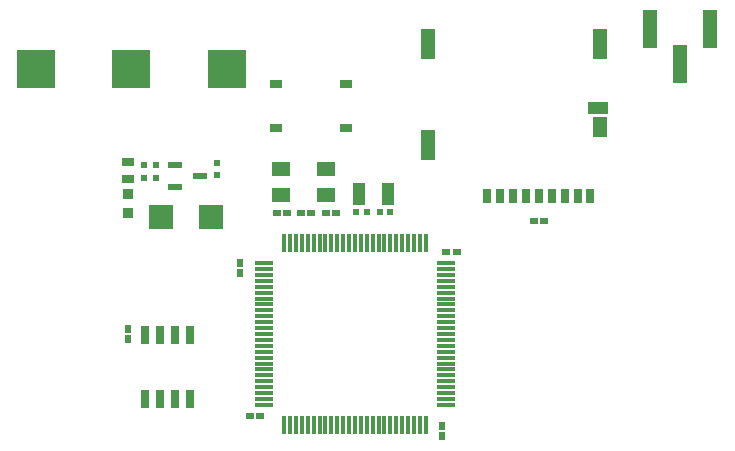
<source format=gbr>
%TF.GenerationSoftware,KiCad,Pcbnew,7.0.2*%
%TF.CreationDate,2023-05-22T10:30:23+03:00*%
%TF.ProjectId,MCU_V1,4d43555f-5631-42e6-9b69-6361645f7063,rev?*%
%TF.SameCoordinates,Original*%
%TF.FileFunction,Paste,Top*%
%TF.FilePolarity,Positive*%
%FSLAX46Y46*%
G04 Gerber Fmt 4.6, Leading zero omitted, Abs format (unit mm)*
G04 Created by KiCad (PCBNEW 7.0.2) date 2023-05-22 10:30:23*
%MOMM*%
%LPD*%
G01*
G04 APERTURE LIST*
G04 Aperture macros list*
%AMRoundRect*
0 Rectangle with rounded corners*
0 $1 Rounding radius*
0 $2 $3 $4 $5 $6 $7 $8 $9 X,Y pos of 4 corners*
0 Add a 4 corners polygon primitive as box body*
4,1,4,$2,$3,$4,$5,$6,$7,$8,$9,$2,$3,0*
0 Add four circle primitives for the rounded corners*
1,1,$1+$1,$2,$3*
1,1,$1+$1,$4,$5*
1,1,$1+$1,$6,$7*
1,1,$1+$1,$8,$9*
0 Add four rect primitives between the rounded corners*
20,1,$1+$1,$2,$3,$4,$5,0*
20,1,$1+$1,$4,$5,$6,$7,0*
20,1,$1+$1,$6,$7,$8,$9,0*
20,1,$1+$1,$8,$9,$2,$3,0*%
G04 Aperture macros list end*
%ADD10R,0.475000X0.500000*%
%ADD11R,2.000000X2.000000*%
%ADD12R,1.100000X1.900000*%
%ADD13R,0.620000X0.650000*%
%ADD14R,0.980000X0.780000*%
%ADD15R,1.300000X0.600000*%
%ADD16R,0.650000X0.620000*%
%ADD17R,0.500000X0.475000*%
%ADD18R,0.950000X0.900000*%
%ADD19R,0.620000X0.620000*%
%ADD20R,1.270000X3.250000*%
%ADD21R,1.500000X1.200000*%
%ADD22R,0.800000X1.200000*%
%ADD23R,1.300000X2.500000*%
%ADD24R,1.300000X1.700000*%
%ADD25R,1.700000X1.000000*%
%ADD26R,3.200000X3.200000*%
%ADD27R,0.650000X1.500000*%
%ADD28RoundRect,0.075000X-0.075000X0.725000X-0.075000X-0.725000X0.075000X-0.725000X0.075000X0.725000X0*%
%ADD29RoundRect,0.075000X-0.725000X0.075000X-0.725000X-0.075000X0.725000X-0.075000X0.725000X0.075000X0*%
%ADD30R,1.000000X0.700000*%
G04 APERTURE END LIST*
D10*
%TO.C,R3*%
X119302000Y-79940000D03*
X118278000Y-79940000D03*
%TD*%
D11*
%TO.C,Z1*%
X119730000Y-83200000D03*
X123930000Y-83200000D03*
%TD*%
D10*
%TO.C,R4*%
X119302000Y-78800000D03*
X118278000Y-78800000D03*
%TD*%
D12*
%TO.C,Y2*%
X136420000Y-81230000D03*
X138920000Y-81230000D03*
%TD*%
D13*
%TO.C,C5*%
X143470000Y-100910000D03*
X143470000Y-101790000D03*
%TD*%
D14*
%TO.C,C11*%
X116920000Y-78560000D03*
X116920000Y-79960000D03*
%TD*%
D15*
%TO.C,Q1*%
X120870000Y-78770000D03*
X120870000Y-80670000D03*
X122970000Y-79720000D03*
%TD*%
D16*
%TO.C,C7*%
X134510000Y-82900000D03*
X133630000Y-82900000D03*
%TD*%
D17*
%TO.C,R1*%
X124470000Y-79662000D03*
X124470000Y-78638000D03*
%TD*%
D18*
%TO.C,R2*%
X116910000Y-81240000D03*
X116910000Y-82840000D03*
%TD*%
D19*
%TO.C,C9*%
X138220000Y-82770000D03*
X139120000Y-82770000D03*
%TD*%
D20*
%TO.C,J3*%
X161070000Y-67325500D03*
X163610000Y-70276500D03*
X166150000Y-67325500D03*
%TD*%
D21*
%TO.C,Y1*%
X129820000Y-81340000D03*
X133620000Y-81340000D03*
X133620000Y-79140000D03*
X129820000Y-79140000D03*
%TD*%
D22*
%TO.C,J1*%
X147300000Y-81460000D03*
X148400000Y-81460000D03*
X149500000Y-81460000D03*
X150600000Y-81460000D03*
X151700000Y-81460000D03*
X152800000Y-81460000D03*
X153900000Y-81460000D03*
X155000000Y-81460000D03*
X156000000Y-81460000D03*
D23*
X142290000Y-77100000D03*
X142290000Y-68600000D03*
X156850000Y-68600000D03*
D24*
X156850000Y-75610000D03*
D25*
X156650000Y-74010000D03*
%TD*%
D16*
%TO.C,C1*%
X151230000Y-83550000D03*
X152110000Y-83550000D03*
%TD*%
%TO.C,C2*%
X129470000Y-82900000D03*
X130350000Y-82900000D03*
%TD*%
D13*
%TO.C,C10*%
X116905000Y-92675000D03*
X116905000Y-93555000D03*
%TD*%
D16*
%TO.C,C4*%
X143830000Y-86210000D03*
X144710000Y-86210000D03*
%TD*%
D26*
%TO.C,U2*%
X125240000Y-70690000D03*
X109140000Y-70690000D03*
X117190000Y-70690000D03*
%TD*%
D27*
%TO.C,IC1*%
X118360000Y-98605000D03*
X119630000Y-98605000D03*
X120900000Y-98605000D03*
X122170000Y-98605000D03*
X122170000Y-93205000D03*
X120900000Y-93205000D03*
X119630000Y-93205000D03*
X118360000Y-93205000D03*
%TD*%
D19*
%TO.C,C8*%
X137120000Y-82770000D03*
X136220000Y-82770000D03*
%TD*%
D28*
%TO.C,U1*%
X142110000Y-85445000D03*
X141610000Y-85445000D03*
X141110000Y-85445000D03*
X140610000Y-85445000D03*
X140110000Y-85445000D03*
X139610000Y-85445000D03*
X139110000Y-85445000D03*
X138610000Y-85445000D03*
X138110000Y-85445000D03*
X137610000Y-85445000D03*
X137110000Y-85445000D03*
X136610000Y-85445000D03*
X136110000Y-85445000D03*
X135610000Y-85445000D03*
X135110000Y-85445000D03*
X134610000Y-85445000D03*
X134110000Y-85445000D03*
X133610000Y-85445000D03*
X133110000Y-85445000D03*
X132610000Y-85445000D03*
X132110000Y-85445000D03*
X131610000Y-85445000D03*
X131110000Y-85445000D03*
X130610000Y-85445000D03*
X130110000Y-85445000D03*
D29*
X128435000Y-87120000D03*
X128435000Y-87620000D03*
X128435000Y-88120000D03*
X128435000Y-88620000D03*
X128435000Y-89120000D03*
X128435000Y-89620000D03*
X128435000Y-90120000D03*
X128435000Y-90620000D03*
X128435000Y-91120000D03*
X128435000Y-91620000D03*
X128435000Y-92120000D03*
X128435000Y-92620000D03*
X128435000Y-93120000D03*
X128435000Y-93620000D03*
X128435000Y-94120000D03*
X128435000Y-94620000D03*
X128435000Y-95120000D03*
X128435000Y-95620000D03*
X128435000Y-96120000D03*
X128435000Y-96620000D03*
X128435000Y-97120000D03*
X128435000Y-97620000D03*
X128435000Y-98120000D03*
X128435000Y-98620000D03*
X128435000Y-99120000D03*
D28*
X130110000Y-100795000D03*
X130610000Y-100795000D03*
X131110000Y-100795000D03*
X131610000Y-100795000D03*
X132110000Y-100795000D03*
X132610000Y-100795000D03*
X133110000Y-100795000D03*
X133610000Y-100795000D03*
X134110000Y-100795000D03*
X134610000Y-100795000D03*
X135110000Y-100795000D03*
X135610000Y-100795000D03*
X136110000Y-100795000D03*
X136610000Y-100795000D03*
X137110000Y-100795000D03*
X137610000Y-100795000D03*
X138110000Y-100795000D03*
X138610000Y-100795000D03*
X139110000Y-100795000D03*
X139610000Y-100795000D03*
X140110000Y-100795000D03*
X140610000Y-100795000D03*
X141110000Y-100795000D03*
X141610000Y-100795000D03*
X142110000Y-100795000D03*
D29*
X143785000Y-99120000D03*
X143785000Y-98620000D03*
X143785000Y-98120000D03*
X143785000Y-97620000D03*
X143785000Y-97120000D03*
X143785000Y-96620000D03*
X143785000Y-96120000D03*
X143785000Y-95620000D03*
X143785000Y-95120000D03*
X143785000Y-94620000D03*
X143785000Y-94120000D03*
X143785000Y-93620000D03*
X143785000Y-93120000D03*
X143785000Y-92620000D03*
X143785000Y-92120000D03*
X143785000Y-91620000D03*
X143785000Y-91120000D03*
X143785000Y-90620000D03*
X143785000Y-90120000D03*
X143785000Y-89620000D03*
X143785000Y-89120000D03*
X143785000Y-88620000D03*
X143785000Y-88120000D03*
X143785000Y-87620000D03*
X143785000Y-87120000D03*
%TD*%
D30*
%TO.C,S2*%
X135390000Y-75650000D03*
X129390000Y-75650000D03*
X135390000Y-71950000D03*
X129390000Y-71950000D03*
%TD*%
D13*
%TO.C,C3*%
X126370000Y-87980000D03*
X126370000Y-87100000D03*
%TD*%
D16*
%TO.C,C12*%
X128090000Y-100030000D03*
X127210000Y-100030000D03*
%TD*%
%TO.C,C6*%
X132390000Y-82900000D03*
X131510000Y-82900000D03*
%TD*%
M02*

</source>
